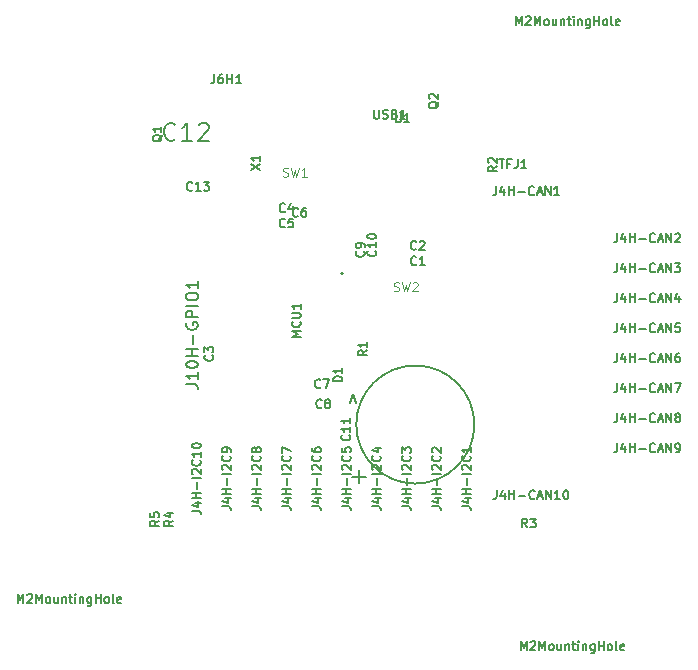
<source format=gto>
G04 (created by PCBNEW (25-Oct-2014 BZR 4029)-stable) date Tue 06 Oct 2015 12:48:14 PM EDT*
%MOIN*%
G04 Gerber Fmt 3.4, Leading zero omitted, Abs format*
%FSLAX34Y34*%
G01*
G70*
G90*
G04 APERTURE LIST*
%ADD10C,0.00590551*%
%ADD11C,0.00787402*%
%ADD12C,0.00492126*%
G04 APERTURE END LIST*
G54D10*
G54D11*
X75866Y-47165D02*
G75*
G03X75866Y-47165I-39J0D01*
G74*
G01*
G54D10*
X80236Y-52204D02*
G75*
G03X80236Y-52204I-1968J0D01*
G74*
G01*
X81071Y-43367D02*
X81240Y-43367D01*
X81155Y-43662D02*
X81155Y-43367D01*
X81437Y-43508D02*
X81338Y-43508D01*
X81338Y-43662D02*
X81338Y-43367D01*
X81479Y-43367D01*
X81676Y-43367D02*
X81676Y-43578D01*
X81661Y-43620D01*
X81633Y-43648D01*
X81591Y-43662D01*
X81563Y-43662D01*
X81971Y-43662D02*
X81802Y-43662D01*
X81886Y-43662D02*
X81886Y-43367D01*
X81858Y-43409D01*
X81830Y-43437D01*
X81802Y-43451D01*
X74450Y-49281D02*
X74154Y-49281D01*
X74365Y-49183D01*
X74154Y-49084D01*
X74450Y-49084D01*
X74422Y-48775D02*
X74436Y-48789D01*
X74450Y-48831D01*
X74450Y-48859D01*
X74436Y-48901D01*
X74408Y-48929D01*
X74379Y-48944D01*
X74323Y-48958D01*
X74281Y-48958D01*
X74225Y-48944D01*
X74197Y-48929D01*
X74169Y-48901D01*
X74154Y-48859D01*
X74154Y-48831D01*
X74169Y-48789D01*
X74183Y-48775D01*
X74154Y-48648D02*
X74393Y-48648D01*
X74422Y-48634D01*
X74436Y-48620D01*
X74450Y-48592D01*
X74450Y-48536D01*
X74436Y-48508D01*
X74422Y-48494D01*
X74393Y-48480D01*
X74154Y-48480D01*
X74450Y-48184D02*
X74450Y-48353D01*
X74450Y-48269D02*
X74154Y-48269D01*
X74197Y-48297D01*
X74225Y-48325D01*
X74239Y-48353D01*
G54D12*
X73858Y-43924D02*
X73900Y-43938D01*
X73970Y-43938D01*
X73998Y-43924D01*
X74012Y-43910D01*
X74026Y-43882D01*
X74026Y-43854D01*
X74012Y-43825D01*
X73998Y-43811D01*
X73970Y-43797D01*
X73914Y-43783D01*
X73886Y-43769D01*
X73872Y-43755D01*
X73858Y-43727D01*
X73858Y-43699D01*
X73872Y-43671D01*
X73886Y-43657D01*
X73914Y-43643D01*
X73984Y-43643D01*
X74026Y-43657D01*
X74125Y-43643D02*
X74195Y-43938D01*
X74251Y-43727D01*
X74308Y-43938D01*
X74378Y-43643D01*
X74645Y-43938D02*
X74476Y-43938D01*
X74561Y-43938D02*
X74561Y-43643D01*
X74533Y-43685D01*
X74505Y-43713D01*
X74476Y-43727D01*
X77559Y-47743D02*
X77601Y-47757D01*
X77671Y-47757D01*
X77699Y-47743D01*
X77713Y-47729D01*
X77727Y-47701D01*
X77727Y-47672D01*
X77713Y-47644D01*
X77699Y-47630D01*
X77671Y-47616D01*
X77615Y-47602D01*
X77587Y-47588D01*
X77573Y-47574D01*
X77559Y-47546D01*
X77559Y-47518D01*
X77573Y-47490D01*
X77587Y-47476D01*
X77615Y-47462D01*
X77685Y-47462D01*
X77727Y-47476D01*
X77826Y-47462D02*
X77896Y-47757D01*
X77952Y-47546D01*
X78008Y-47757D01*
X78079Y-47462D01*
X78177Y-47490D02*
X78191Y-47476D01*
X78219Y-47462D01*
X78290Y-47462D01*
X78318Y-47476D01*
X78332Y-47490D01*
X78346Y-47518D01*
X78346Y-47546D01*
X78332Y-47588D01*
X78163Y-47757D01*
X78346Y-47757D01*
G54D10*
X77609Y-41832D02*
X77609Y-42071D01*
X77623Y-42099D01*
X77637Y-42113D01*
X77665Y-42127D01*
X77722Y-42127D01*
X77750Y-42113D01*
X77764Y-42099D01*
X77778Y-42071D01*
X77778Y-41832D01*
X78073Y-42127D02*
X77904Y-42127D01*
X77989Y-42127D02*
X77989Y-41832D01*
X77961Y-41874D01*
X77933Y-41902D01*
X77904Y-41916D01*
X76888Y-41714D02*
X76888Y-41953D01*
X76902Y-41981D01*
X76916Y-41995D01*
X76944Y-42009D01*
X77000Y-42009D01*
X77028Y-41995D01*
X77043Y-41981D01*
X77057Y-41953D01*
X77057Y-41714D01*
X77183Y-41995D02*
X77225Y-42009D01*
X77296Y-42009D01*
X77324Y-41995D01*
X77338Y-41981D01*
X77352Y-41953D01*
X77352Y-41924D01*
X77338Y-41896D01*
X77324Y-41882D01*
X77296Y-41868D01*
X77239Y-41854D01*
X77211Y-41840D01*
X77197Y-41826D01*
X77183Y-41798D01*
X77183Y-41770D01*
X77197Y-41742D01*
X77211Y-41728D01*
X77239Y-41714D01*
X77310Y-41714D01*
X77352Y-41728D01*
X77577Y-41854D02*
X77619Y-41868D01*
X77633Y-41882D01*
X77647Y-41910D01*
X77647Y-41953D01*
X77633Y-41981D01*
X77619Y-41995D01*
X77591Y-42009D01*
X77478Y-42009D01*
X77478Y-41714D01*
X77577Y-41714D01*
X77605Y-41728D01*
X77619Y-41742D01*
X77633Y-41770D01*
X77633Y-41798D01*
X77619Y-41826D01*
X77605Y-41840D01*
X77577Y-41854D01*
X77478Y-41854D01*
X77928Y-42009D02*
X77760Y-42009D01*
X77844Y-42009D02*
X77844Y-41714D01*
X77816Y-41756D01*
X77788Y-41784D01*
X77760Y-41798D01*
X79045Y-41445D02*
X79031Y-41473D01*
X79003Y-41501D01*
X78960Y-41543D01*
X78946Y-41571D01*
X78946Y-41600D01*
X79017Y-41586D02*
X79003Y-41614D01*
X78974Y-41642D01*
X78918Y-41656D01*
X78820Y-41656D01*
X78764Y-41642D01*
X78735Y-41614D01*
X78721Y-41586D01*
X78721Y-41529D01*
X78735Y-41501D01*
X78764Y-41473D01*
X78820Y-41459D01*
X78918Y-41459D01*
X78974Y-41473D01*
X79003Y-41501D01*
X79017Y-41529D01*
X79017Y-41586D01*
X78750Y-41347D02*
X78735Y-41332D01*
X78721Y-41304D01*
X78721Y-41234D01*
X78735Y-41206D01*
X78750Y-41192D01*
X78778Y-41178D01*
X78806Y-41178D01*
X78848Y-41192D01*
X79017Y-41361D01*
X79017Y-41178D01*
X69832Y-42547D02*
X69818Y-42575D01*
X69790Y-42604D01*
X69748Y-42646D01*
X69734Y-42674D01*
X69734Y-42702D01*
X69804Y-42688D02*
X69790Y-42716D01*
X69762Y-42744D01*
X69706Y-42758D01*
X69607Y-42758D01*
X69551Y-42744D01*
X69523Y-42716D01*
X69509Y-42688D01*
X69509Y-42632D01*
X69523Y-42604D01*
X69551Y-42575D01*
X69607Y-42561D01*
X69706Y-42561D01*
X69762Y-42575D01*
X69790Y-42604D01*
X69804Y-42632D01*
X69804Y-42688D01*
X69804Y-42280D02*
X69804Y-42449D01*
X69804Y-42365D02*
X69509Y-42365D01*
X69551Y-42393D01*
X69579Y-42421D01*
X69593Y-42449D01*
X75828Y-50769D02*
X75532Y-50769D01*
X75532Y-50698D01*
X75546Y-50656D01*
X75575Y-50628D01*
X75603Y-50614D01*
X75659Y-50600D01*
X75701Y-50600D01*
X75757Y-50614D01*
X75785Y-50628D01*
X75814Y-50656D01*
X75828Y-50698D01*
X75828Y-50769D01*
X75828Y-50319D02*
X75828Y-50487D01*
X75828Y-50403D02*
X75532Y-50403D01*
X75575Y-50431D01*
X75603Y-50459D01*
X75617Y-50487D01*
X76077Y-51488D02*
X76190Y-51188D01*
X76302Y-51488D01*
X71574Y-40532D02*
X71574Y-40743D01*
X71560Y-40785D01*
X71532Y-40814D01*
X71490Y-40828D01*
X71462Y-40828D01*
X71841Y-40532D02*
X71785Y-40532D01*
X71757Y-40546D01*
X71743Y-40561D01*
X71715Y-40603D01*
X71701Y-40659D01*
X71701Y-40771D01*
X71715Y-40800D01*
X71729Y-40814D01*
X71757Y-40828D01*
X71813Y-40828D01*
X71841Y-40814D01*
X71856Y-40800D01*
X71870Y-40771D01*
X71870Y-40701D01*
X71856Y-40673D01*
X71841Y-40659D01*
X71813Y-40645D01*
X71757Y-40645D01*
X71729Y-40659D01*
X71715Y-40673D01*
X71701Y-40701D01*
X71996Y-40828D02*
X71996Y-40532D01*
X71996Y-40673D02*
X72165Y-40673D01*
X72165Y-40828D02*
X72165Y-40532D01*
X72460Y-40828D02*
X72291Y-40828D01*
X72376Y-40828D02*
X72376Y-40532D01*
X72348Y-40575D01*
X72320Y-40603D01*
X72291Y-40617D01*
X70824Y-55075D02*
X71035Y-55075D01*
X71077Y-55089D01*
X71105Y-55117D01*
X71119Y-55160D01*
X71119Y-55188D01*
X70922Y-54808D02*
X71119Y-54808D01*
X70810Y-54878D02*
X71021Y-54949D01*
X71021Y-54766D01*
X71119Y-54653D02*
X70824Y-54653D01*
X70964Y-54653D02*
X70964Y-54485D01*
X71119Y-54485D02*
X70824Y-54485D01*
X71007Y-54344D02*
X71007Y-54119D01*
X71119Y-53978D02*
X70824Y-53978D01*
X70852Y-53852D02*
X70838Y-53838D01*
X70824Y-53810D01*
X70824Y-53739D01*
X70838Y-53711D01*
X70852Y-53697D01*
X70880Y-53683D01*
X70908Y-53683D01*
X70950Y-53697D01*
X71119Y-53866D01*
X71119Y-53683D01*
X71091Y-53388D02*
X71105Y-53402D01*
X71119Y-53444D01*
X71119Y-53472D01*
X71105Y-53514D01*
X71077Y-53543D01*
X71049Y-53557D01*
X70992Y-53571D01*
X70950Y-53571D01*
X70894Y-53557D01*
X70866Y-53543D01*
X70838Y-53514D01*
X70824Y-53472D01*
X70824Y-53444D01*
X70838Y-53402D01*
X70852Y-53388D01*
X71119Y-53107D02*
X71119Y-53275D01*
X71119Y-53191D02*
X70824Y-53191D01*
X70866Y-53219D01*
X70894Y-53247D01*
X70908Y-53275D01*
X70824Y-52924D02*
X70824Y-52896D01*
X70838Y-52868D01*
X70852Y-52854D01*
X70880Y-52839D01*
X70936Y-52825D01*
X71007Y-52825D01*
X71063Y-52839D01*
X71091Y-52854D01*
X71105Y-52868D01*
X71119Y-52896D01*
X71119Y-52924D01*
X71105Y-52952D01*
X71091Y-52966D01*
X71063Y-52980D01*
X71007Y-52994D01*
X70936Y-52994D01*
X70880Y-52980D01*
X70852Y-52966D01*
X70838Y-52952D01*
X70824Y-52924D01*
X71824Y-54935D02*
X72035Y-54935D01*
X72077Y-54949D01*
X72105Y-54977D01*
X72119Y-55019D01*
X72119Y-55047D01*
X71922Y-54667D02*
X72119Y-54667D01*
X71810Y-54738D02*
X72021Y-54808D01*
X72021Y-54625D01*
X72119Y-54513D02*
X71824Y-54513D01*
X71964Y-54513D02*
X71964Y-54344D01*
X72119Y-54344D02*
X71824Y-54344D01*
X72007Y-54203D02*
X72007Y-53978D01*
X72119Y-53838D02*
X71824Y-53838D01*
X71852Y-53711D02*
X71838Y-53697D01*
X71824Y-53669D01*
X71824Y-53599D01*
X71838Y-53571D01*
X71852Y-53557D01*
X71880Y-53543D01*
X71908Y-53543D01*
X71950Y-53557D01*
X72119Y-53725D01*
X72119Y-53543D01*
X72091Y-53247D02*
X72105Y-53261D01*
X72119Y-53303D01*
X72119Y-53332D01*
X72105Y-53374D01*
X72077Y-53402D01*
X72049Y-53416D01*
X71992Y-53430D01*
X71950Y-53430D01*
X71894Y-53416D01*
X71866Y-53402D01*
X71838Y-53374D01*
X71824Y-53332D01*
X71824Y-53303D01*
X71838Y-53261D01*
X71852Y-53247D01*
X72119Y-53107D02*
X72119Y-53050D01*
X72105Y-53022D01*
X72091Y-53008D01*
X72049Y-52980D01*
X71992Y-52966D01*
X71880Y-52966D01*
X71852Y-52980D01*
X71838Y-52994D01*
X71824Y-53022D01*
X71824Y-53079D01*
X71838Y-53107D01*
X71852Y-53121D01*
X71880Y-53135D01*
X71950Y-53135D01*
X71978Y-53121D01*
X71992Y-53107D01*
X72007Y-53079D01*
X72007Y-53022D01*
X71992Y-52994D01*
X71978Y-52980D01*
X71950Y-52966D01*
X72824Y-54935D02*
X73035Y-54935D01*
X73077Y-54949D01*
X73105Y-54977D01*
X73119Y-55019D01*
X73119Y-55047D01*
X72922Y-54667D02*
X73119Y-54667D01*
X72810Y-54738D02*
X73021Y-54808D01*
X73021Y-54625D01*
X73119Y-54513D02*
X72824Y-54513D01*
X72964Y-54513D02*
X72964Y-54344D01*
X73119Y-54344D02*
X72824Y-54344D01*
X73007Y-54203D02*
X73007Y-53978D01*
X73119Y-53838D02*
X72824Y-53838D01*
X72852Y-53711D02*
X72838Y-53697D01*
X72824Y-53669D01*
X72824Y-53599D01*
X72838Y-53571D01*
X72852Y-53557D01*
X72880Y-53543D01*
X72908Y-53543D01*
X72950Y-53557D01*
X73119Y-53725D01*
X73119Y-53543D01*
X73091Y-53247D02*
X73105Y-53261D01*
X73119Y-53303D01*
X73119Y-53332D01*
X73105Y-53374D01*
X73077Y-53402D01*
X73049Y-53416D01*
X72992Y-53430D01*
X72950Y-53430D01*
X72894Y-53416D01*
X72866Y-53402D01*
X72838Y-53374D01*
X72824Y-53332D01*
X72824Y-53303D01*
X72838Y-53261D01*
X72852Y-53247D01*
X72950Y-53079D02*
X72936Y-53107D01*
X72922Y-53121D01*
X72894Y-53135D01*
X72880Y-53135D01*
X72852Y-53121D01*
X72838Y-53107D01*
X72824Y-53079D01*
X72824Y-53022D01*
X72838Y-52994D01*
X72852Y-52980D01*
X72880Y-52966D01*
X72894Y-52966D01*
X72922Y-52980D01*
X72936Y-52994D01*
X72950Y-53022D01*
X72950Y-53079D01*
X72964Y-53107D01*
X72978Y-53121D01*
X73007Y-53135D01*
X73063Y-53135D01*
X73091Y-53121D01*
X73105Y-53107D01*
X73119Y-53079D01*
X73119Y-53022D01*
X73105Y-52994D01*
X73091Y-52980D01*
X73063Y-52966D01*
X73007Y-52966D01*
X72978Y-52980D01*
X72964Y-52994D01*
X72950Y-53022D01*
X73824Y-54935D02*
X74035Y-54935D01*
X74077Y-54949D01*
X74105Y-54977D01*
X74119Y-55019D01*
X74119Y-55047D01*
X73922Y-54667D02*
X74119Y-54667D01*
X73810Y-54738D02*
X74021Y-54808D01*
X74021Y-54625D01*
X74119Y-54513D02*
X73824Y-54513D01*
X73964Y-54513D02*
X73964Y-54344D01*
X74119Y-54344D02*
X73824Y-54344D01*
X74007Y-54203D02*
X74007Y-53978D01*
X74119Y-53838D02*
X73824Y-53838D01*
X73852Y-53711D02*
X73838Y-53697D01*
X73824Y-53669D01*
X73824Y-53599D01*
X73838Y-53571D01*
X73852Y-53557D01*
X73880Y-53543D01*
X73908Y-53543D01*
X73950Y-53557D01*
X74119Y-53725D01*
X74119Y-53543D01*
X74091Y-53247D02*
X74105Y-53261D01*
X74119Y-53303D01*
X74119Y-53332D01*
X74105Y-53374D01*
X74077Y-53402D01*
X74049Y-53416D01*
X73992Y-53430D01*
X73950Y-53430D01*
X73894Y-53416D01*
X73866Y-53402D01*
X73838Y-53374D01*
X73824Y-53332D01*
X73824Y-53303D01*
X73838Y-53261D01*
X73852Y-53247D01*
X73824Y-53149D02*
X73824Y-52952D01*
X74119Y-53079D01*
X74824Y-54935D02*
X75035Y-54935D01*
X75077Y-54949D01*
X75105Y-54977D01*
X75119Y-55019D01*
X75119Y-55047D01*
X74922Y-54667D02*
X75119Y-54667D01*
X74810Y-54738D02*
X75021Y-54808D01*
X75021Y-54625D01*
X75119Y-54513D02*
X74824Y-54513D01*
X74964Y-54513D02*
X74964Y-54344D01*
X75119Y-54344D02*
X74824Y-54344D01*
X75007Y-54203D02*
X75007Y-53978D01*
X75119Y-53838D02*
X74824Y-53838D01*
X74852Y-53711D02*
X74838Y-53697D01*
X74824Y-53669D01*
X74824Y-53599D01*
X74838Y-53571D01*
X74852Y-53557D01*
X74880Y-53543D01*
X74908Y-53543D01*
X74950Y-53557D01*
X75119Y-53725D01*
X75119Y-53543D01*
X75091Y-53247D02*
X75105Y-53261D01*
X75119Y-53303D01*
X75119Y-53332D01*
X75105Y-53374D01*
X75077Y-53402D01*
X75049Y-53416D01*
X74992Y-53430D01*
X74950Y-53430D01*
X74894Y-53416D01*
X74866Y-53402D01*
X74838Y-53374D01*
X74824Y-53332D01*
X74824Y-53303D01*
X74838Y-53261D01*
X74852Y-53247D01*
X74824Y-52994D02*
X74824Y-53050D01*
X74838Y-53079D01*
X74852Y-53093D01*
X74894Y-53121D01*
X74950Y-53135D01*
X75063Y-53135D01*
X75091Y-53121D01*
X75105Y-53107D01*
X75119Y-53079D01*
X75119Y-53022D01*
X75105Y-52994D01*
X75091Y-52980D01*
X75063Y-52966D01*
X74992Y-52966D01*
X74964Y-52980D01*
X74950Y-52994D01*
X74936Y-53022D01*
X74936Y-53079D01*
X74950Y-53107D01*
X74964Y-53121D01*
X74992Y-53135D01*
X75824Y-54935D02*
X76035Y-54935D01*
X76077Y-54949D01*
X76105Y-54977D01*
X76119Y-55019D01*
X76119Y-55047D01*
X75922Y-54667D02*
X76119Y-54667D01*
X75810Y-54738D02*
X76021Y-54808D01*
X76021Y-54625D01*
X76119Y-54513D02*
X75824Y-54513D01*
X75964Y-54513D02*
X75964Y-54344D01*
X76119Y-54344D02*
X75824Y-54344D01*
X76007Y-54203D02*
X76007Y-53978D01*
X76119Y-53838D02*
X75824Y-53838D01*
X75852Y-53711D02*
X75838Y-53697D01*
X75824Y-53669D01*
X75824Y-53599D01*
X75838Y-53571D01*
X75852Y-53557D01*
X75880Y-53543D01*
X75908Y-53543D01*
X75950Y-53557D01*
X76119Y-53725D01*
X76119Y-53543D01*
X76091Y-53247D02*
X76105Y-53261D01*
X76119Y-53303D01*
X76119Y-53332D01*
X76105Y-53374D01*
X76077Y-53402D01*
X76049Y-53416D01*
X75992Y-53430D01*
X75950Y-53430D01*
X75894Y-53416D01*
X75866Y-53402D01*
X75838Y-53374D01*
X75824Y-53332D01*
X75824Y-53303D01*
X75838Y-53261D01*
X75852Y-53247D01*
X75824Y-52980D02*
X75824Y-53121D01*
X75964Y-53135D01*
X75950Y-53121D01*
X75936Y-53093D01*
X75936Y-53022D01*
X75950Y-52994D01*
X75964Y-52980D01*
X75992Y-52966D01*
X76063Y-52966D01*
X76091Y-52980D01*
X76105Y-52994D01*
X76119Y-53022D01*
X76119Y-53093D01*
X76105Y-53121D01*
X76091Y-53135D01*
X76824Y-54935D02*
X77035Y-54935D01*
X77077Y-54949D01*
X77105Y-54977D01*
X77119Y-55019D01*
X77119Y-55047D01*
X76922Y-54667D02*
X77119Y-54667D01*
X76810Y-54738D02*
X77021Y-54808D01*
X77021Y-54625D01*
X77119Y-54513D02*
X76824Y-54513D01*
X76964Y-54513D02*
X76964Y-54344D01*
X77119Y-54344D02*
X76824Y-54344D01*
X77007Y-54203D02*
X77007Y-53978D01*
X77119Y-53838D02*
X76824Y-53838D01*
X76852Y-53711D02*
X76838Y-53697D01*
X76824Y-53669D01*
X76824Y-53599D01*
X76838Y-53571D01*
X76852Y-53557D01*
X76880Y-53543D01*
X76908Y-53543D01*
X76950Y-53557D01*
X77119Y-53725D01*
X77119Y-53543D01*
X77091Y-53247D02*
X77105Y-53261D01*
X77119Y-53303D01*
X77119Y-53332D01*
X77105Y-53374D01*
X77077Y-53402D01*
X77049Y-53416D01*
X76992Y-53430D01*
X76950Y-53430D01*
X76894Y-53416D01*
X76866Y-53402D01*
X76838Y-53374D01*
X76824Y-53332D01*
X76824Y-53303D01*
X76838Y-53261D01*
X76852Y-53247D01*
X76922Y-52994D02*
X77119Y-52994D01*
X76810Y-53064D02*
X77021Y-53135D01*
X77021Y-52952D01*
X78824Y-54935D02*
X79035Y-54935D01*
X79077Y-54949D01*
X79105Y-54977D01*
X79119Y-55019D01*
X79119Y-55047D01*
X78922Y-54667D02*
X79119Y-54667D01*
X78810Y-54738D02*
X79021Y-54808D01*
X79021Y-54625D01*
X79119Y-54513D02*
X78824Y-54513D01*
X78964Y-54513D02*
X78964Y-54344D01*
X79119Y-54344D02*
X78824Y-54344D01*
X79007Y-54203D02*
X79007Y-53978D01*
X79119Y-53838D02*
X78824Y-53838D01*
X78852Y-53711D02*
X78838Y-53697D01*
X78824Y-53669D01*
X78824Y-53599D01*
X78838Y-53571D01*
X78852Y-53557D01*
X78880Y-53543D01*
X78908Y-53543D01*
X78950Y-53557D01*
X79119Y-53725D01*
X79119Y-53543D01*
X79091Y-53247D02*
X79105Y-53261D01*
X79119Y-53303D01*
X79119Y-53332D01*
X79105Y-53374D01*
X79077Y-53402D01*
X79049Y-53416D01*
X78992Y-53430D01*
X78950Y-53430D01*
X78894Y-53416D01*
X78866Y-53402D01*
X78838Y-53374D01*
X78824Y-53332D01*
X78824Y-53303D01*
X78838Y-53261D01*
X78852Y-53247D01*
X78852Y-53135D02*
X78838Y-53121D01*
X78824Y-53093D01*
X78824Y-53022D01*
X78838Y-52994D01*
X78852Y-52980D01*
X78880Y-52966D01*
X78908Y-52966D01*
X78950Y-52980D01*
X79119Y-53149D01*
X79119Y-52966D01*
X84994Y-45824D02*
X84994Y-46035D01*
X84980Y-46077D01*
X84952Y-46105D01*
X84910Y-46119D01*
X84882Y-46119D01*
X85261Y-45922D02*
X85261Y-46119D01*
X85191Y-45810D02*
X85121Y-46021D01*
X85303Y-46021D01*
X85416Y-46119D02*
X85416Y-45824D01*
X85416Y-45964D02*
X85585Y-45964D01*
X85585Y-46119D02*
X85585Y-45824D01*
X85725Y-46007D02*
X85950Y-46007D01*
X86260Y-46091D02*
X86246Y-46105D01*
X86203Y-46119D01*
X86175Y-46119D01*
X86133Y-46105D01*
X86105Y-46077D01*
X86091Y-46049D01*
X86077Y-45992D01*
X86077Y-45950D01*
X86091Y-45894D01*
X86105Y-45866D01*
X86133Y-45838D01*
X86175Y-45824D01*
X86203Y-45824D01*
X86246Y-45838D01*
X86260Y-45852D01*
X86372Y-46035D02*
X86513Y-46035D01*
X86344Y-46119D02*
X86442Y-45824D01*
X86541Y-46119D01*
X86639Y-46119D02*
X86639Y-45824D01*
X86808Y-46119D01*
X86808Y-45824D01*
X86935Y-45852D02*
X86949Y-45838D01*
X86977Y-45824D01*
X87047Y-45824D01*
X87075Y-45838D01*
X87089Y-45852D01*
X87103Y-45880D01*
X87103Y-45908D01*
X87089Y-45950D01*
X86920Y-46119D01*
X87103Y-46119D01*
X84994Y-46824D02*
X84994Y-47035D01*
X84980Y-47077D01*
X84952Y-47105D01*
X84910Y-47119D01*
X84882Y-47119D01*
X85261Y-46922D02*
X85261Y-47119D01*
X85191Y-46810D02*
X85121Y-47021D01*
X85303Y-47021D01*
X85416Y-47119D02*
X85416Y-46824D01*
X85416Y-46964D02*
X85585Y-46964D01*
X85585Y-47119D02*
X85585Y-46824D01*
X85725Y-47007D02*
X85950Y-47007D01*
X86260Y-47091D02*
X86246Y-47105D01*
X86203Y-47119D01*
X86175Y-47119D01*
X86133Y-47105D01*
X86105Y-47077D01*
X86091Y-47049D01*
X86077Y-46992D01*
X86077Y-46950D01*
X86091Y-46894D01*
X86105Y-46866D01*
X86133Y-46838D01*
X86175Y-46824D01*
X86203Y-46824D01*
X86246Y-46838D01*
X86260Y-46852D01*
X86372Y-47035D02*
X86513Y-47035D01*
X86344Y-47119D02*
X86442Y-46824D01*
X86541Y-47119D01*
X86639Y-47119D02*
X86639Y-46824D01*
X86808Y-47119D01*
X86808Y-46824D01*
X86920Y-46824D02*
X87103Y-46824D01*
X87005Y-46936D01*
X87047Y-46936D01*
X87075Y-46950D01*
X87089Y-46964D01*
X87103Y-46992D01*
X87103Y-47063D01*
X87089Y-47091D01*
X87075Y-47105D01*
X87047Y-47119D01*
X86963Y-47119D01*
X86935Y-47105D01*
X86920Y-47091D01*
X80963Y-44257D02*
X80963Y-44468D01*
X80949Y-44510D01*
X80920Y-44538D01*
X80878Y-44552D01*
X80850Y-44552D01*
X81230Y-44355D02*
X81230Y-44552D01*
X81160Y-44243D02*
X81089Y-44454D01*
X81272Y-44454D01*
X81384Y-44552D02*
X81384Y-44257D01*
X81384Y-44397D02*
X81553Y-44397D01*
X81553Y-44552D02*
X81553Y-44257D01*
X81694Y-44440D02*
X81919Y-44440D01*
X82228Y-44524D02*
X82214Y-44538D01*
X82172Y-44552D01*
X82144Y-44552D01*
X82102Y-44538D01*
X82073Y-44510D01*
X82059Y-44482D01*
X82045Y-44426D01*
X82045Y-44383D01*
X82059Y-44327D01*
X82073Y-44299D01*
X82102Y-44271D01*
X82144Y-44257D01*
X82172Y-44257D01*
X82214Y-44271D01*
X82228Y-44285D01*
X82341Y-44468D02*
X82481Y-44468D01*
X82312Y-44552D02*
X82411Y-44257D01*
X82509Y-44552D01*
X82608Y-44552D02*
X82608Y-44257D01*
X82776Y-44552D01*
X82776Y-44257D01*
X83072Y-44552D02*
X82903Y-44552D01*
X82987Y-44552D02*
X82987Y-44257D01*
X82959Y-44299D01*
X82931Y-44327D01*
X82903Y-44341D01*
X84994Y-47824D02*
X84994Y-48035D01*
X84980Y-48077D01*
X84952Y-48105D01*
X84910Y-48119D01*
X84882Y-48119D01*
X85261Y-47922D02*
X85261Y-48119D01*
X85191Y-47810D02*
X85121Y-48021D01*
X85303Y-48021D01*
X85416Y-48119D02*
X85416Y-47824D01*
X85416Y-47964D02*
X85585Y-47964D01*
X85585Y-48119D02*
X85585Y-47824D01*
X85725Y-48007D02*
X85950Y-48007D01*
X86260Y-48091D02*
X86246Y-48105D01*
X86203Y-48119D01*
X86175Y-48119D01*
X86133Y-48105D01*
X86105Y-48077D01*
X86091Y-48049D01*
X86077Y-47992D01*
X86077Y-47950D01*
X86091Y-47894D01*
X86105Y-47866D01*
X86133Y-47838D01*
X86175Y-47824D01*
X86203Y-47824D01*
X86246Y-47838D01*
X86260Y-47852D01*
X86372Y-48035D02*
X86513Y-48035D01*
X86344Y-48119D02*
X86442Y-47824D01*
X86541Y-48119D01*
X86639Y-48119D02*
X86639Y-47824D01*
X86808Y-48119D01*
X86808Y-47824D01*
X87075Y-47922D02*
X87075Y-48119D01*
X87005Y-47810D02*
X86935Y-48021D01*
X87117Y-48021D01*
X84994Y-48824D02*
X84994Y-49035D01*
X84980Y-49077D01*
X84952Y-49105D01*
X84910Y-49119D01*
X84882Y-49119D01*
X85261Y-48922D02*
X85261Y-49119D01*
X85191Y-48810D02*
X85121Y-49021D01*
X85303Y-49021D01*
X85416Y-49119D02*
X85416Y-48824D01*
X85416Y-48964D02*
X85585Y-48964D01*
X85585Y-49119D02*
X85585Y-48824D01*
X85725Y-49007D02*
X85950Y-49007D01*
X86260Y-49091D02*
X86246Y-49105D01*
X86203Y-49119D01*
X86175Y-49119D01*
X86133Y-49105D01*
X86105Y-49077D01*
X86091Y-49049D01*
X86077Y-48992D01*
X86077Y-48950D01*
X86091Y-48894D01*
X86105Y-48866D01*
X86133Y-48838D01*
X86175Y-48824D01*
X86203Y-48824D01*
X86246Y-48838D01*
X86260Y-48852D01*
X86372Y-49035D02*
X86513Y-49035D01*
X86344Y-49119D02*
X86442Y-48824D01*
X86541Y-49119D01*
X86639Y-49119D02*
X86639Y-48824D01*
X86808Y-49119D01*
X86808Y-48824D01*
X87089Y-48824D02*
X86949Y-48824D01*
X86935Y-48964D01*
X86949Y-48950D01*
X86977Y-48936D01*
X87047Y-48936D01*
X87075Y-48950D01*
X87089Y-48964D01*
X87103Y-48992D01*
X87103Y-49063D01*
X87089Y-49091D01*
X87075Y-49105D01*
X87047Y-49119D01*
X86977Y-49119D01*
X86949Y-49105D01*
X86935Y-49091D01*
X84994Y-49824D02*
X84994Y-50035D01*
X84980Y-50077D01*
X84952Y-50105D01*
X84910Y-50119D01*
X84882Y-50119D01*
X85261Y-49922D02*
X85261Y-50119D01*
X85191Y-49810D02*
X85121Y-50021D01*
X85303Y-50021D01*
X85416Y-50119D02*
X85416Y-49824D01*
X85416Y-49964D02*
X85585Y-49964D01*
X85585Y-50119D02*
X85585Y-49824D01*
X85725Y-50007D02*
X85950Y-50007D01*
X86260Y-50091D02*
X86246Y-50105D01*
X86203Y-50119D01*
X86175Y-50119D01*
X86133Y-50105D01*
X86105Y-50077D01*
X86091Y-50049D01*
X86077Y-49992D01*
X86077Y-49950D01*
X86091Y-49894D01*
X86105Y-49866D01*
X86133Y-49838D01*
X86175Y-49824D01*
X86203Y-49824D01*
X86246Y-49838D01*
X86260Y-49852D01*
X86372Y-50035D02*
X86513Y-50035D01*
X86344Y-50119D02*
X86442Y-49824D01*
X86541Y-50119D01*
X86639Y-50119D02*
X86639Y-49824D01*
X86808Y-50119D01*
X86808Y-49824D01*
X87075Y-49824D02*
X87019Y-49824D01*
X86991Y-49838D01*
X86977Y-49852D01*
X86949Y-49894D01*
X86935Y-49950D01*
X86935Y-50063D01*
X86949Y-50091D01*
X86963Y-50105D01*
X86991Y-50119D01*
X87047Y-50119D01*
X87075Y-50105D01*
X87089Y-50091D01*
X87103Y-50063D01*
X87103Y-49992D01*
X87089Y-49964D01*
X87075Y-49950D01*
X87047Y-49936D01*
X86991Y-49936D01*
X86963Y-49950D01*
X86949Y-49964D01*
X86935Y-49992D01*
X84994Y-50824D02*
X84994Y-51035D01*
X84980Y-51077D01*
X84952Y-51105D01*
X84910Y-51119D01*
X84882Y-51119D01*
X85261Y-50922D02*
X85261Y-51119D01*
X85191Y-50810D02*
X85121Y-51021D01*
X85303Y-51021D01*
X85416Y-51119D02*
X85416Y-50824D01*
X85416Y-50964D02*
X85585Y-50964D01*
X85585Y-51119D02*
X85585Y-50824D01*
X85725Y-51007D02*
X85950Y-51007D01*
X86260Y-51091D02*
X86246Y-51105D01*
X86203Y-51119D01*
X86175Y-51119D01*
X86133Y-51105D01*
X86105Y-51077D01*
X86091Y-51049D01*
X86077Y-50992D01*
X86077Y-50950D01*
X86091Y-50894D01*
X86105Y-50866D01*
X86133Y-50838D01*
X86175Y-50824D01*
X86203Y-50824D01*
X86246Y-50838D01*
X86260Y-50852D01*
X86372Y-51035D02*
X86513Y-51035D01*
X86344Y-51119D02*
X86442Y-50824D01*
X86541Y-51119D01*
X86639Y-51119D02*
X86639Y-50824D01*
X86808Y-51119D01*
X86808Y-50824D01*
X86920Y-50824D02*
X87117Y-50824D01*
X86991Y-51119D01*
X84994Y-51824D02*
X84994Y-52035D01*
X84980Y-52077D01*
X84952Y-52105D01*
X84910Y-52119D01*
X84882Y-52119D01*
X85261Y-51922D02*
X85261Y-52119D01*
X85191Y-51810D02*
X85121Y-52021D01*
X85303Y-52021D01*
X85416Y-52119D02*
X85416Y-51824D01*
X85416Y-51964D02*
X85585Y-51964D01*
X85585Y-52119D02*
X85585Y-51824D01*
X85725Y-52007D02*
X85950Y-52007D01*
X86260Y-52091D02*
X86246Y-52105D01*
X86203Y-52119D01*
X86175Y-52119D01*
X86133Y-52105D01*
X86105Y-52077D01*
X86091Y-52049D01*
X86077Y-51992D01*
X86077Y-51950D01*
X86091Y-51894D01*
X86105Y-51866D01*
X86133Y-51838D01*
X86175Y-51824D01*
X86203Y-51824D01*
X86246Y-51838D01*
X86260Y-51852D01*
X86372Y-52035D02*
X86513Y-52035D01*
X86344Y-52119D02*
X86442Y-51824D01*
X86541Y-52119D01*
X86639Y-52119D02*
X86639Y-51824D01*
X86808Y-52119D01*
X86808Y-51824D01*
X86991Y-51950D02*
X86963Y-51936D01*
X86949Y-51922D01*
X86935Y-51894D01*
X86935Y-51880D01*
X86949Y-51852D01*
X86963Y-51838D01*
X86991Y-51824D01*
X87047Y-51824D01*
X87075Y-51838D01*
X87089Y-51852D01*
X87103Y-51880D01*
X87103Y-51894D01*
X87089Y-51922D01*
X87075Y-51936D01*
X87047Y-51950D01*
X86991Y-51950D01*
X86963Y-51964D01*
X86949Y-51978D01*
X86935Y-52007D01*
X86935Y-52063D01*
X86949Y-52091D01*
X86963Y-52105D01*
X86991Y-52119D01*
X87047Y-52119D01*
X87075Y-52105D01*
X87089Y-52091D01*
X87103Y-52063D01*
X87103Y-52007D01*
X87089Y-51978D01*
X87075Y-51964D01*
X87047Y-51950D01*
X84994Y-52824D02*
X84994Y-53035D01*
X84980Y-53077D01*
X84952Y-53105D01*
X84910Y-53119D01*
X84882Y-53119D01*
X85261Y-52922D02*
X85261Y-53119D01*
X85191Y-52810D02*
X85121Y-53021D01*
X85303Y-53021D01*
X85416Y-53119D02*
X85416Y-52824D01*
X85416Y-52964D02*
X85585Y-52964D01*
X85585Y-53119D02*
X85585Y-52824D01*
X85725Y-53007D02*
X85950Y-53007D01*
X86260Y-53091D02*
X86246Y-53105D01*
X86203Y-53119D01*
X86175Y-53119D01*
X86133Y-53105D01*
X86105Y-53077D01*
X86091Y-53049D01*
X86077Y-52992D01*
X86077Y-52950D01*
X86091Y-52894D01*
X86105Y-52866D01*
X86133Y-52838D01*
X86175Y-52824D01*
X86203Y-52824D01*
X86246Y-52838D01*
X86260Y-52852D01*
X86372Y-53035D02*
X86513Y-53035D01*
X86344Y-53119D02*
X86442Y-52824D01*
X86541Y-53119D01*
X86639Y-53119D02*
X86639Y-52824D01*
X86808Y-53119D01*
X86808Y-52824D01*
X86963Y-53119D02*
X87019Y-53119D01*
X87047Y-53105D01*
X87061Y-53091D01*
X87089Y-53049D01*
X87103Y-52992D01*
X87103Y-52880D01*
X87089Y-52852D01*
X87075Y-52838D01*
X87047Y-52824D01*
X86991Y-52824D01*
X86963Y-52838D01*
X86949Y-52852D01*
X86935Y-52880D01*
X86935Y-52950D01*
X86949Y-52978D01*
X86963Y-52992D01*
X86991Y-53007D01*
X87047Y-53007D01*
X87075Y-52992D01*
X87089Y-52978D01*
X87103Y-52950D01*
X80980Y-54391D02*
X80980Y-54602D01*
X80965Y-54644D01*
X80937Y-54672D01*
X80895Y-54686D01*
X80867Y-54686D01*
X81247Y-54489D02*
X81247Y-54686D01*
X81176Y-54377D02*
X81106Y-54588D01*
X81289Y-54588D01*
X81401Y-54686D02*
X81401Y-54391D01*
X81401Y-54531D02*
X81570Y-54531D01*
X81570Y-54686D02*
X81570Y-54391D01*
X81711Y-54573D02*
X81936Y-54573D01*
X82245Y-54658D02*
X82231Y-54672D01*
X82189Y-54686D01*
X82161Y-54686D01*
X82118Y-54672D01*
X82090Y-54644D01*
X82076Y-54616D01*
X82062Y-54559D01*
X82062Y-54517D01*
X82076Y-54461D01*
X82090Y-54433D01*
X82118Y-54405D01*
X82161Y-54391D01*
X82189Y-54391D01*
X82231Y-54405D01*
X82245Y-54419D01*
X82357Y-54602D02*
X82498Y-54602D01*
X82329Y-54686D02*
X82428Y-54391D01*
X82526Y-54686D01*
X82625Y-54686D02*
X82625Y-54391D01*
X82793Y-54686D01*
X82793Y-54391D01*
X83089Y-54686D02*
X82920Y-54686D01*
X83004Y-54686D02*
X83004Y-54391D01*
X82976Y-54433D01*
X82948Y-54461D01*
X82920Y-54475D01*
X83271Y-54391D02*
X83300Y-54391D01*
X83328Y-54405D01*
X83342Y-54419D01*
X83356Y-54447D01*
X83370Y-54503D01*
X83370Y-54573D01*
X83356Y-54630D01*
X83342Y-54658D01*
X83328Y-54672D01*
X83300Y-54686D01*
X83271Y-54686D01*
X83243Y-54672D01*
X83229Y-54658D01*
X83215Y-54630D01*
X83201Y-54573D01*
X83201Y-54503D01*
X83215Y-54447D01*
X83229Y-54419D01*
X83243Y-54405D01*
X83271Y-54391D01*
X77824Y-54935D02*
X78035Y-54935D01*
X78077Y-54949D01*
X78105Y-54977D01*
X78119Y-55019D01*
X78119Y-55047D01*
X77922Y-54667D02*
X78119Y-54667D01*
X77810Y-54738D02*
X78021Y-54808D01*
X78021Y-54625D01*
X78119Y-54513D02*
X77824Y-54513D01*
X77964Y-54513D02*
X77964Y-54344D01*
X78119Y-54344D02*
X77824Y-54344D01*
X78007Y-54203D02*
X78007Y-53978D01*
X78119Y-53838D02*
X77824Y-53838D01*
X77852Y-53711D02*
X77838Y-53697D01*
X77824Y-53669D01*
X77824Y-53599D01*
X77838Y-53571D01*
X77852Y-53557D01*
X77880Y-53543D01*
X77908Y-53543D01*
X77950Y-53557D01*
X78119Y-53725D01*
X78119Y-53543D01*
X78091Y-53247D02*
X78105Y-53261D01*
X78119Y-53303D01*
X78119Y-53332D01*
X78105Y-53374D01*
X78077Y-53402D01*
X78049Y-53416D01*
X77992Y-53430D01*
X77950Y-53430D01*
X77894Y-53416D01*
X77866Y-53402D01*
X77838Y-53374D01*
X77824Y-53332D01*
X77824Y-53303D01*
X77838Y-53261D01*
X77852Y-53247D01*
X77824Y-53149D02*
X77824Y-52966D01*
X77936Y-53064D01*
X77936Y-53022D01*
X77950Y-52994D01*
X77964Y-52980D01*
X77992Y-52966D01*
X78063Y-52966D01*
X78091Y-52980D01*
X78105Y-52994D01*
X78119Y-53022D01*
X78119Y-53107D01*
X78105Y-53135D01*
X78091Y-53149D01*
X79824Y-54935D02*
X80035Y-54935D01*
X80077Y-54949D01*
X80105Y-54977D01*
X80119Y-55019D01*
X80119Y-55047D01*
X79922Y-54667D02*
X80119Y-54667D01*
X79810Y-54738D02*
X80021Y-54808D01*
X80021Y-54625D01*
X80119Y-54513D02*
X79824Y-54513D01*
X79964Y-54513D02*
X79964Y-54344D01*
X80119Y-54344D02*
X79824Y-54344D01*
X80007Y-54203D02*
X80007Y-53978D01*
X80119Y-53838D02*
X79824Y-53838D01*
X79852Y-53711D02*
X79838Y-53697D01*
X79824Y-53669D01*
X79824Y-53599D01*
X79838Y-53571D01*
X79852Y-53557D01*
X79880Y-53543D01*
X79908Y-53543D01*
X79950Y-53557D01*
X80119Y-53725D01*
X80119Y-53543D01*
X80091Y-53247D02*
X80105Y-53261D01*
X80119Y-53303D01*
X80119Y-53332D01*
X80105Y-53374D01*
X80077Y-53402D01*
X80049Y-53416D01*
X79992Y-53430D01*
X79950Y-53430D01*
X79894Y-53416D01*
X79866Y-53402D01*
X79838Y-53374D01*
X79824Y-53332D01*
X79824Y-53303D01*
X79838Y-53261D01*
X79852Y-53247D01*
X80119Y-52966D02*
X80119Y-53135D01*
X80119Y-53050D02*
X79824Y-53050D01*
X79866Y-53079D01*
X79894Y-53107D01*
X79908Y-53135D01*
X70631Y-50862D02*
X70913Y-50862D01*
X70969Y-50881D01*
X71006Y-50918D01*
X71025Y-50974D01*
X71025Y-51012D01*
X71025Y-50468D02*
X71025Y-50693D01*
X71025Y-50581D02*
X70631Y-50581D01*
X70688Y-50618D01*
X70725Y-50656D01*
X70744Y-50693D01*
X70631Y-50224D02*
X70631Y-50187D01*
X70650Y-50149D01*
X70669Y-50131D01*
X70706Y-50112D01*
X70781Y-50093D01*
X70875Y-50093D01*
X70950Y-50112D01*
X70988Y-50131D01*
X71006Y-50149D01*
X71025Y-50187D01*
X71025Y-50224D01*
X71006Y-50262D01*
X70988Y-50281D01*
X70950Y-50299D01*
X70875Y-50318D01*
X70781Y-50318D01*
X70706Y-50299D01*
X70669Y-50281D01*
X70650Y-50262D01*
X70631Y-50224D01*
X71025Y-49925D02*
X70631Y-49925D01*
X70819Y-49925D02*
X70819Y-49700D01*
X71025Y-49700D02*
X70631Y-49700D01*
X70875Y-49512D02*
X70875Y-49212D01*
X70650Y-48818D02*
X70631Y-48856D01*
X70631Y-48912D01*
X70650Y-48968D01*
X70688Y-49006D01*
X70725Y-49025D01*
X70800Y-49043D01*
X70856Y-49043D01*
X70931Y-49025D01*
X70969Y-49006D01*
X71006Y-48968D01*
X71025Y-48912D01*
X71025Y-48875D01*
X71006Y-48818D01*
X70988Y-48800D01*
X70856Y-48800D01*
X70856Y-48875D01*
X71025Y-48631D02*
X70631Y-48631D01*
X70631Y-48481D01*
X70650Y-48443D01*
X70669Y-48425D01*
X70706Y-48406D01*
X70763Y-48406D01*
X70800Y-48425D01*
X70819Y-48443D01*
X70838Y-48481D01*
X70838Y-48631D01*
X71025Y-48237D02*
X70631Y-48237D01*
X70631Y-47975D02*
X70631Y-47900D01*
X70650Y-47862D01*
X70688Y-47825D01*
X70763Y-47806D01*
X70894Y-47806D01*
X70969Y-47825D01*
X71006Y-47862D01*
X71025Y-47900D01*
X71025Y-47975D01*
X71006Y-48012D01*
X70969Y-48050D01*
X70894Y-48068D01*
X70763Y-48068D01*
X70688Y-48050D01*
X70650Y-48012D01*
X70631Y-47975D01*
X71025Y-47431D02*
X71025Y-47656D01*
X71025Y-47544D02*
X70631Y-47544D01*
X70688Y-47581D01*
X70725Y-47619D01*
X70744Y-47656D01*
X70198Y-55403D02*
X70057Y-55501D01*
X70198Y-55572D02*
X69902Y-55572D01*
X69902Y-55459D01*
X69917Y-55431D01*
X69931Y-55417D01*
X69959Y-55403D01*
X70001Y-55403D01*
X70029Y-55417D01*
X70043Y-55431D01*
X70057Y-55459D01*
X70057Y-55572D01*
X70001Y-55150D02*
X70198Y-55150D01*
X69888Y-55220D02*
X70099Y-55291D01*
X70099Y-55108D01*
X69725Y-55403D02*
X69585Y-55501D01*
X69725Y-55572D02*
X69430Y-55572D01*
X69430Y-55459D01*
X69444Y-55431D01*
X69458Y-55417D01*
X69486Y-55403D01*
X69528Y-55403D01*
X69557Y-55417D01*
X69571Y-55431D01*
X69585Y-55459D01*
X69585Y-55572D01*
X69430Y-55136D02*
X69430Y-55276D01*
X69571Y-55291D01*
X69557Y-55276D01*
X69543Y-55248D01*
X69543Y-55178D01*
X69557Y-55150D01*
X69571Y-55136D01*
X69599Y-55122D01*
X69669Y-55122D01*
X69697Y-55136D01*
X69711Y-55150D01*
X69725Y-55178D01*
X69725Y-55248D01*
X69711Y-55276D01*
X69697Y-55291D01*
X76654Y-49734D02*
X76514Y-49832D01*
X76654Y-49902D02*
X76359Y-49902D01*
X76359Y-49790D01*
X76373Y-49762D01*
X76387Y-49748D01*
X76415Y-49734D01*
X76458Y-49734D01*
X76486Y-49748D01*
X76500Y-49762D01*
X76514Y-49790D01*
X76514Y-49902D01*
X76654Y-49453D02*
X76654Y-49621D01*
X76654Y-49537D02*
X76359Y-49537D01*
X76401Y-49565D01*
X76429Y-49593D01*
X76444Y-49621D01*
X75147Y-51626D02*
X75133Y-51640D01*
X75091Y-51654D01*
X75063Y-51654D01*
X75021Y-51640D01*
X74992Y-51612D01*
X74978Y-51584D01*
X74964Y-51528D01*
X74964Y-51486D01*
X74978Y-51429D01*
X74992Y-51401D01*
X75021Y-51373D01*
X75063Y-51359D01*
X75091Y-51359D01*
X75133Y-51373D01*
X75147Y-51387D01*
X75316Y-51486D02*
X75288Y-51472D01*
X75274Y-51458D01*
X75260Y-51429D01*
X75260Y-51415D01*
X75274Y-51387D01*
X75288Y-51373D01*
X75316Y-51359D01*
X75372Y-51359D01*
X75400Y-51373D01*
X75414Y-51387D01*
X75428Y-51415D01*
X75428Y-51429D01*
X75414Y-51458D01*
X75400Y-51472D01*
X75372Y-51486D01*
X75316Y-51486D01*
X75288Y-51500D01*
X75274Y-51514D01*
X75260Y-51542D01*
X75260Y-51598D01*
X75274Y-51626D01*
X75288Y-51640D01*
X75316Y-51654D01*
X75372Y-51654D01*
X75400Y-51640D01*
X75414Y-51626D01*
X75428Y-51598D01*
X75428Y-51542D01*
X75414Y-51514D01*
X75400Y-51500D01*
X75372Y-51486D01*
X75108Y-50957D02*
X75094Y-50971D01*
X75052Y-50985D01*
X75023Y-50985D01*
X74981Y-50971D01*
X74953Y-50943D01*
X74939Y-50915D01*
X74925Y-50859D01*
X74925Y-50816D01*
X74939Y-50760D01*
X74953Y-50732D01*
X74981Y-50704D01*
X75023Y-50690D01*
X75052Y-50690D01*
X75094Y-50704D01*
X75108Y-50718D01*
X75206Y-50690D02*
X75403Y-50690D01*
X75276Y-50985D01*
X71508Y-49891D02*
X71522Y-49905D01*
X71536Y-49947D01*
X71536Y-49976D01*
X71522Y-50018D01*
X71494Y-50046D01*
X71466Y-50060D01*
X71410Y-50074D01*
X71368Y-50074D01*
X71311Y-50060D01*
X71283Y-50046D01*
X71255Y-50018D01*
X71241Y-49976D01*
X71241Y-49947D01*
X71255Y-49905D01*
X71269Y-49891D01*
X71241Y-49793D02*
X71241Y-49610D01*
X71354Y-49708D01*
X71354Y-49666D01*
X71368Y-49638D01*
X71382Y-49624D01*
X71410Y-49610D01*
X71480Y-49610D01*
X71508Y-49624D01*
X71522Y-49638D01*
X71536Y-49666D01*
X71536Y-49751D01*
X71522Y-49779D01*
X71508Y-49793D01*
X73927Y-45603D02*
X73913Y-45617D01*
X73870Y-45631D01*
X73842Y-45631D01*
X73800Y-45617D01*
X73772Y-45589D01*
X73758Y-45561D01*
X73744Y-45504D01*
X73744Y-45462D01*
X73758Y-45406D01*
X73772Y-45378D01*
X73800Y-45350D01*
X73842Y-45336D01*
X73870Y-45336D01*
X73913Y-45350D01*
X73927Y-45364D01*
X74194Y-45336D02*
X74053Y-45336D01*
X74039Y-45476D01*
X74053Y-45462D01*
X74081Y-45448D01*
X74152Y-45448D01*
X74180Y-45462D01*
X74194Y-45476D01*
X74208Y-45504D01*
X74208Y-45575D01*
X74194Y-45603D01*
X74180Y-45617D01*
X74152Y-45631D01*
X74081Y-45631D01*
X74053Y-45617D01*
X74039Y-45603D01*
X73927Y-45091D02*
X73913Y-45105D01*
X73870Y-45119D01*
X73842Y-45119D01*
X73800Y-45105D01*
X73772Y-45077D01*
X73758Y-45049D01*
X73744Y-44992D01*
X73744Y-44950D01*
X73758Y-44894D01*
X73772Y-44866D01*
X73800Y-44838D01*
X73842Y-44824D01*
X73870Y-44824D01*
X73913Y-44838D01*
X73927Y-44852D01*
X74180Y-44922D02*
X74180Y-45119D01*
X74109Y-44810D02*
X74039Y-45021D01*
X74222Y-45021D01*
X74360Y-45248D02*
X74346Y-45262D01*
X74303Y-45276D01*
X74275Y-45276D01*
X74233Y-45262D01*
X74205Y-45234D01*
X74191Y-45206D01*
X74177Y-45150D01*
X74177Y-45108D01*
X74191Y-45052D01*
X74205Y-45023D01*
X74233Y-44995D01*
X74275Y-44981D01*
X74303Y-44981D01*
X74346Y-44995D01*
X74360Y-45009D01*
X74613Y-44981D02*
X74557Y-44981D01*
X74528Y-44995D01*
X74514Y-45009D01*
X74486Y-45052D01*
X74472Y-45108D01*
X74472Y-45220D01*
X74486Y-45248D01*
X74500Y-45262D01*
X74528Y-45276D01*
X74585Y-45276D01*
X74613Y-45262D01*
X74627Y-45248D01*
X74641Y-45220D01*
X74641Y-45150D01*
X74627Y-45122D01*
X74613Y-45108D01*
X74585Y-45094D01*
X74528Y-45094D01*
X74500Y-45108D01*
X74486Y-45122D01*
X74472Y-45150D01*
X76941Y-46410D02*
X76955Y-46424D01*
X76969Y-46466D01*
X76969Y-46494D01*
X76955Y-46536D01*
X76927Y-46564D01*
X76899Y-46579D01*
X76843Y-46593D01*
X76801Y-46593D01*
X76744Y-46579D01*
X76716Y-46564D01*
X76688Y-46536D01*
X76674Y-46494D01*
X76674Y-46466D01*
X76688Y-46424D01*
X76702Y-46410D01*
X76969Y-46129D02*
X76969Y-46297D01*
X76969Y-46213D02*
X76674Y-46213D01*
X76716Y-46241D01*
X76744Y-46269D01*
X76758Y-46297D01*
X76674Y-45946D02*
X76674Y-45918D01*
X76688Y-45890D01*
X76702Y-45875D01*
X76730Y-45861D01*
X76787Y-45847D01*
X76857Y-45847D01*
X76913Y-45861D01*
X76941Y-45875D01*
X76955Y-45890D01*
X76969Y-45918D01*
X76969Y-45946D01*
X76955Y-45974D01*
X76941Y-45988D01*
X76913Y-46002D01*
X76857Y-46016D01*
X76787Y-46016D01*
X76730Y-46002D01*
X76702Y-45988D01*
X76688Y-45974D01*
X76674Y-45946D01*
X76548Y-46427D02*
X76562Y-46441D01*
X76576Y-46483D01*
X76576Y-46511D01*
X76562Y-46553D01*
X76534Y-46581D01*
X76505Y-46595D01*
X76449Y-46609D01*
X76407Y-46609D01*
X76351Y-46595D01*
X76323Y-46581D01*
X76294Y-46553D01*
X76280Y-46511D01*
X76280Y-46483D01*
X76294Y-46441D01*
X76309Y-46427D01*
X76576Y-46286D02*
X76576Y-46230D01*
X76562Y-46202D01*
X76548Y-46188D01*
X76505Y-46160D01*
X76449Y-46145D01*
X76337Y-46145D01*
X76309Y-46160D01*
X76294Y-46174D01*
X76280Y-46202D01*
X76280Y-46258D01*
X76294Y-46286D01*
X76309Y-46300D01*
X76337Y-46314D01*
X76407Y-46314D01*
X76435Y-46300D01*
X76449Y-46286D01*
X76463Y-46258D01*
X76463Y-46202D01*
X76449Y-46174D01*
X76435Y-46160D01*
X76407Y-46145D01*
X81998Y-55631D02*
X81899Y-55490D01*
X81829Y-55631D02*
X81829Y-55336D01*
X81941Y-55336D01*
X81969Y-55350D01*
X81983Y-55364D01*
X81998Y-55392D01*
X81998Y-55434D01*
X81983Y-55462D01*
X81969Y-55476D01*
X81941Y-55490D01*
X81829Y-55490D01*
X82096Y-55336D02*
X82279Y-55336D01*
X82180Y-55448D01*
X82223Y-55448D01*
X82251Y-55462D01*
X82265Y-55476D01*
X82279Y-55504D01*
X82279Y-55575D01*
X82265Y-55603D01*
X82251Y-55617D01*
X82223Y-55631D01*
X82138Y-55631D01*
X82110Y-55617D01*
X82096Y-55603D01*
X80985Y-43592D02*
X80845Y-43690D01*
X80985Y-43761D02*
X80690Y-43761D01*
X80690Y-43648D01*
X80704Y-43620D01*
X80718Y-43606D01*
X80746Y-43592D01*
X80788Y-43592D01*
X80816Y-43606D01*
X80830Y-43620D01*
X80845Y-43648D01*
X80845Y-43761D01*
X80718Y-43480D02*
X80704Y-43465D01*
X80690Y-43437D01*
X80690Y-43367D01*
X80704Y-43339D01*
X80718Y-43325D01*
X80746Y-43311D01*
X80774Y-43311D01*
X80816Y-43325D01*
X80985Y-43494D01*
X80985Y-43311D01*
X78297Y-46351D02*
X78283Y-46365D01*
X78241Y-46379D01*
X78212Y-46379D01*
X78170Y-46365D01*
X78142Y-46337D01*
X78128Y-46309D01*
X78114Y-46252D01*
X78114Y-46210D01*
X78128Y-46154D01*
X78142Y-46126D01*
X78170Y-46098D01*
X78212Y-46084D01*
X78241Y-46084D01*
X78283Y-46098D01*
X78297Y-46112D01*
X78409Y-46112D02*
X78423Y-46098D01*
X78451Y-46084D01*
X78522Y-46084D01*
X78550Y-46098D01*
X78564Y-46112D01*
X78578Y-46140D01*
X78578Y-46168D01*
X78564Y-46210D01*
X78395Y-46379D01*
X78578Y-46379D01*
X78297Y-46863D02*
X78283Y-46877D01*
X78241Y-46891D01*
X78212Y-46891D01*
X78170Y-46877D01*
X78142Y-46848D01*
X78128Y-46820D01*
X78114Y-46764D01*
X78114Y-46722D01*
X78128Y-46666D01*
X78142Y-46638D01*
X78170Y-46609D01*
X78212Y-46595D01*
X78241Y-46595D01*
X78283Y-46609D01*
X78297Y-46624D01*
X78578Y-46891D02*
X78409Y-46891D01*
X78494Y-46891D02*
X78494Y-46595D01*
X78465Y-46638D01*
X78437Y-46666D01*
X78409Y-46680D01*
X76075Y-52552D02*
X76089Y-52566D01*
X76103Y-52608D01*
X76103Y-52636D01*
X76089Y-52678D01*
X76061Y-52706D01*
X76033Y-52720D01*
X75977Y-52734D01*
X75935Y-52734D01*
X75878Y-52720D01*
X75850Y-52706D01*
X75822Y-52678D01*
X75808Y-52636D01*
X75808Y-52608D01*
X75822Y-52566D01*
X75836Y-52552D01*
X76103Y-52270D02*
X76103Y-52439D01*
X76103Y-52355D02*
X75808Y-52355D01*
X75850Y-52383D01*
X75878Y-52411D01*
X75892Y-52439D01*
X76103Y-51989D02*
X76103Y-52158D01*
X76103Y-52073D02*
X75808Y-52073D01*
X75850Y-52102D01*
X75878Y-52130D01*
X75892Y-52158D01*
X76392Y-54161D02*
X76392Y-53712D01*
X76616Y-53937D02*
X76167Y-53937D01*
X72792Y-43703D02*
X73088Y-43506D01*
X72792Y-43506D02*
X73088Y-43703D01*
X73088Y-43239D02*
X73088Y-43408D01*
X73088Y-43323D02*
X72792Y-43323D01*
X72834Y-43352D01*
X72863Y-43380D01*
X72877Y-43408D01*
X70833Y-44382D02*
X70819Y-44396D01*
X70777Y-44410D01*
X70749Y-44410D01*
X70707Y-44396D01*
X70679Y-44368D01*
X70665Y-44340D01*
X70651Y-44284D01*
X70651Y-44242D01*
X70665Y-44185D01*
X70679Y-44157D01*
X70707Y-44129D01*
X70749Y-44115D01*
X70777Y-44115D01*
X70819Y-44129D01*
X70833Y-44143D01*
X71115Y-44410D02*
X70946Y-44410D01*
X71030Y-44410D02*
X71030Y-44115D01*
X71002Y-44157D01*
X70974Y-44185D01*
X70946Y-44199D01*
X71213Y-44115D02*
X71396Y-44115D01*
X71297Y-44228D01*
X71339Y-44228D01*
X71368Y-44242D01*
X71382Y-44256D01*
X71396Y-44284D01*
X71396Y-44354D01*
X71382Y-44382D01*
X71368Y-44396D01*
X71339Y-44410D01*
X71255Y-44410D01*
X71227Y-44396D01*
X71213Y-44382D01*
X70269Y-42682D02*
X70241Y-42710D01*
X70157Y-42739D01*
X70101Y-42739D01*
X70016Y-42710D01*
X69960Y-42654D01*
X69932Y-42598D01*
X69904Y-42485D01*
X69904Y-42401D01*
X69932Y-42289D01*
X69960Y-42232D01*
X70016Y-42176D01*
X70101Y-42148D01*
X70157Y-42148D01*
X70241Y-42176D01*
X70269Y-42204D01*
X70832Y-42739D02*
X70494Y-42739D01*
X70663Y-42739D02*
X70663Y-42148D01*
X70607Y-42232D01*
X70551Y-42289D01*
X70494Y-42317D01*
X71057Y-42204D02*
X71085Y-42176D01*
X71141Y-42148D01*
X71282Y-42148D01*
X71338Y-42176D01*
X71366Y-42204D01*
X71394Y-42260D01*
X71394Y-42317D01*
X71366Y-42401D01*
X71029Y-42739D01*
X71394Y-42739D01*
X81624Y-38895D02*
X81624Y-38599D01*
X81722Y-38810D01*
X81820Y-38599D01*
X81820Y-38895D01*
X81947Y-38627D02*
X81961Y-38613D01*
X81989Y-38599D01*
X82059Y-38599D01*
X82088Y-38613D01*
X82102Y-38627D01*
X82116Y-38656D01*
X82116Y-38684D01*
X82102Y-38726D01*
X81933Y-38895D01*
X82116Y-38895D01*
X82242Y-38895D02*
X82242Y-38599D01*
X82341Y-38810D01*
X82439Y-38599D01*
X82439Y-38895D01*
X82622Y-38895D02*
X82594Y-38881D01*
X82580Y-38866D01*
X82566Y-38838D01*
X82566Y-38754D01*
X82580Y-38726D01*
X82594Y-38712D01*
X82622Y-38698D01*
X82664Y-38698D01*
X82692Y-38712D01*
X82706Y-38726D01*
X82720Y-38754D01*
X82720Y-38838D01*
X82706Y-38866D01*
X82692Y-38881D01*
X82664Y-38895D01*
X82622Y-38895D01*
X82973Y-38698D02*
X82973Y-38895D01*
X82847Y-38698D02*
X82847Y-38852D01*
X82861Y-38881D01*
X82889Y-38895D01*
X82931Y-38895D01*
X82959Y-38881D01*
X82973Y-38866D01*
X83114Y-38698D02*
X83114Y-38895D01*
X83114Y-38726D02*
X83128Y-38712D01*
X83156Y-38698D01*
X83198Y-38698D01*
X83226Y-38712D01*
X83241Y-38740D01*
X83241Y-38895D01*
X83339Y-38698D02*
X83451Y-38698D01*
X83381Y-38599D02*
X83381Y-38852D01*
X83395Y-38881D01*
X83423Y-38895D01*
X83451Y-38895D01*
X83550Y-38895D02*
X83550Y-38698D01*
X83550Y-38599D02*
X83536Y-38613D01*
X83550Y-38627D01*
X83564Y-38613D01*
X83550Y-38599D01*
X83550Y-38627D01*
X83690Y-38698D02*
X83690Y-38895D01*
X83690Y-38726D02*
X83705Y-38712D01*
X83733Y-38698D01*
X83775Y-38698D01*
X83803Y-38712D01*
X83817Y-38740D01*
X83817Y-38895D01*
X84084Y-38698D02*
X84084Y-38937D01*
X84070Y-38965D01*
X84056Y-38979D01*
X84028Y-38993D01*
X83986Y-38993D01*
X83958Y-38979D01*
X84084Y-38881D02*
X84056Y-38895D01*
X84000Y-38895D01*
X83972Y-38881D01*
X83958Y-38866D01*
X83944Y-38838D01*
X83944Y-38754D01*
X83958Y-38726D01*
X83972Y-38712D01*
X84000Y-38698D01*
X84056Y-38698D01*
X84084Y-38712D01*
X84225Y-38895D02*
X84225Y-38599D01*
X84225Y-38740D02*
X84393Y-38740D01*
X84393Y-38895D02*
X84393Y-38599D01*
X84576Y-38895D02*
X84548Y-38881D01*
X84534Y-38866D01*
X84520Y-38838D01*
X84520Y-38754D01*
X84534Y-38726D01*
X84548Y-38712D01*
X84576Y-38698D01*
X84618Y-38698D01*
X84647Y-38712D01*
X84661Y-38726D01*
X84675Y-38754D01*
X84675Y-38838D01*
X84661Y-38866D01*
X84647Y-38881D01*
X84618Y-38895D01*
X84576Y-38895D01*
X84843Y-38895D02*
X84815Y-38881D01*
X84801Y-38852D01*
X84801Y-38599D01*
X85068Y-38881D02*
X85040Y-38895D01*
X84984Y-38895D01*
X84956Y-38881D01*
X84942Y-38852D01*
X84942Y-38740D01*
X84956Y-38712D01*
X84984Y-38698D01*
X85040Y-38698D01*
X85068Y-38712D01*
X85082Y-38740D01*
X85082Y-38768D01*
X84942Y-38796D01*
X81781Y-59725D02*
X81781Y-59430D01*
X81879Y-59641D01*
X81978Y-59430D01*
X81978Y-59725D01*
X82104Y-59458D02*
X82118Y-59444D01*
X82147Y-59430D01*
X82217Y-59430D01*
X82245Y-59444D01*
X82259Y-59458D01*
X82273Y-59486D01*
X82273Y-59514D01*
X82259Y-59557D01*
X82090Y-59725D01*
X82273Y-59725D01*
X82400Y-59725D02*
X82400Y-59430D01*
X82498Y-59641D01*
X82597Y-59430D01*
X82597Y-59725D01*
X82779Y-59725D02*
X82751Y-59711D01*
X82737Y-59697D01*
X82723Y-59669D01*
X82723Y-59585D01*
X82737Y-59557D01*
X82751Y-59543D01*
X82779Y-59528D01*
X82821Y-59528D01*
X82850Y-59543D01*
X82864Y-59557D01*
X82878Y-59585D01*
X82878Y-59669D01*
X82864Y-59697D01*
X82850Y-59711D01*
X82821Y-59725D01*
X82779Y-59725D01*
X83131Y-59528D02*
X83131Y-59725D01*
X83004Y-59528D02*
X83004Y-59683D01*
X83018Y-59711D01*
X83046Y-59725D01*
X83089Y-59725D01*
X83117Y-59711D01*
X83131Y-59697D01*
X83271Y-59528D02*
X83271Y-59725D01*
X83271Y-59557D02*
X83285Y-59543D01*
X83314Y-59528D01*
X83356Y-59528D01*
X83384Y-59543D01*
X83398Y-59571D01*
X83398Y-59725D01*
X83496Y-59528D02*
X83609Y-59528D01*
X83539Y-59430D02*
X83539Y-59683D01*
X83553Y-59711D01*
X83581Y-59725D01*
X83609Y-59725D01*
X83707Y-59725D02*
X83707Y-59528D01*
X83707Y-59430D02*
X83693Y-59444D01*
X83707Y-59458D01*
X83721Y-59444D01*
X83707Y-59430D01*
X83707Y-59458D01*
X83848Y-59528D02*
X83848Y-59725D01*
X83848Y-59557D02*
X83862Y-59543D01*
X83890Y-59528D01*
X83932Y-59528D01*
X83960Y-59543D01*
X83974Y-59571D01*
X83974Y-59725D01*
X84242Y-59528D02*
X84242Y-59767D01*
X84228Y-59796D01*
X84214Y-59810D01*
X84185Y-59824D01*
X84143Y-59824D01*
X84115Y-59810D01*
X84242Y-59711D02*
X84214Y-59725D01*
X84157Y-59725D01*
X84129Y-59711D01*
X84115Y-59697D01*
X84101Y-59669D01*
X84101Y-59585D01*
X84115Y-59557D01*
X84129Y-59543D01*
X84157Y-59528D01*
X84214Y-59528D01*
X84242Y-59543D01*
X84382Y-59725D02*
X84382Y-59430D01*
X84382Y-59571D02*
X84551Y-59571D01*
X84551Y-59725D02*
X84551Y-59430D01*
X84734Y-59725D02*
X84706Y-59711D01*
X84692Y-59697D01*
X84678Y-59669D01*
X84678Y-59585D01*
X84692Y-59557D01*
X84706Y-59543D01*
X84734Y-59528D01*
X84776Y-59528D01*
X84804Y-59543D01*
X84818Y-59557D01*
X84832Y-59585D01*
X84832Y-59669D01*
X84818Y-59697D01*
X84804Y-59711D01*
X84776Y-59725D01*
X84734Y-59725D01*
X85001Y-59725D02*
X84973Y-59711D01*
X84959Y-59683D01*
X84959Y-59430D01*
X85226Y-59711D02*
X85198Y-59725D01*
X85142Y-59725D01*
X85113Y-59711D01*
X85099Y-59683D01*
X85099Y-59571D01*
X85113Y-59543D01*
X85142Y-59528D01*
X85198Y-59528D01*
X85226Y-59543D01*
X85240Y-59571D01*
X85240Y-59599D01*
X85099Y-59627D01*
X65009Y-58151D02*
X65009Y-57855D01*
X65108Y-58066D01*
X65206Y-57855D01*
X65206Y-58151D01*
X65333Y-57883D02*
X65347Y-57869D01*
X65375Y-57855D01*
X65445Y-57855D01*
X65473Y-57869D01*
X65487Y-57883D01*
X65501Y-57911D01*
X65501Y-57940D01*
X65487Y-57982D01*
X65319Y-58151D01*
X65501Y-58151D01*
X65628Y-58151D02*
X65628Y-57855D01*
X65726Y-58066D01*
X65825Y-57855D01*
X65825Y-58151D01*
X66008Y-58151D02*
X65980Y-58136D01*
X65965Y-58122D01*
X65951Y-58094D01*
X65951Y-58010D01*
X65965Y-57982D01*
X65980Y-57968D01*
X66008Y-57954D01*
X66050Y-57954D01*
X66078Y-57968D01*
X66092Y-57982D01*
X66106Y-58010D01*
X66106Y-58094D01*
X66092Y-58122D01*
X66078Y-58136D01*
X66050Y-58151D01*
X66008Y-58151D01*
X66359Y-57954D02*
X66359Y-58151D01*
X66233Y-57954D02*
X66233Y-58108D01*
X66247Y-58136D01*
X66275Y-58151D01*
X66317Y-58151D01*
X66345Y-58136D01*
X66359Y-58122D01*
X66500Y-57954D02*
X66500Y-58151D01*
X66500Y-57982D02*
X66514Y-57968D01*
X66542Y-57954D01*
X66584Y-57954D01*
X66612Y-57968D01*
X66626Y-57996D01*
X66626Y-58151D01*
X66725Y-57954D02*
X66837Y-57954D01*
X66767Y-57855D02*
X66767Y-58108D01*
X66781Y-58136D01*
X66809Y-58151D01*
X66837Y-58151D01*
X66936Y-58151D02*
X66936Y-57954D01*
X66936Y-57855D02*
X66922Y-57869D01*
X66936Y-57883D01*
X66950Y-57869D01*
X66936Y-57855D01*
X66936Y-57883D01*
X67076Y-57954D02*
X67076Y-58151D01*
X67076Y-57982D02*
X67090Y-57968D01*
X67118Y-57954D01*
X67161Y-57954D01*
X67189Y-57968D01*
X67203Y-57996D01*
X67203Y-58151D01*
X67470Y-57954D02*
X67470Y-58193D01*
X67456Y-58221D01*
X67442Y-58235D01*
X67414Y-58249D01*
X67372Y-58249D01*
X67343Y-58235D01*
X67470Y-58136D02*
X67442Y-58151D01*
X67386Y-58151D01*
X67357Y-58136D01*
X67343Y-58122D01*
X67329Y-58094D01*
X67329Y-58010D01*
X67343Y-57982D01*
X67357Y-57968D01*
X67386Y-57954D01*
X67442Y-57954D01*
X67470Y-57968D01*
X67611Y-58151D02*
X67611Y-57855D01*
X67611Y-57996D02*
X67779Y-57996D01*
X67779Y-58151D02*
X67779Y-57855D01*
X67962Y-58151D02*
X67934Y-58136D01*
X67920Y-58122D01*
X67906Y-58094D01*
X67906Y-58010D01*
X67920Y-57982D01*
X67934Y-57968D01*
X67962Y-57954D01*
X68004Y-57954D01*
X68032Y-57968D01*
X68046Y-57982D01*
X68061Y-58010D01*
X68061Y-58094D01*
X68046Y-58122D01*
X68032Y-58136D01*
X68004Y-58151D01*
X67962Y-58151D01*
X68229Y-58151D02*
X68201Y-58136D01*
X68187Y-58108D01*
X68187Y-57855D01*
X68454Y-58136D02*
X68426Y-58151D01*
X68370Y-58151D01*
X68342Y-58136D01*
X68328Y-58108D01*
X68328Y-57996D01*
X68342Y-57968D01*
X68370Y-57954D01*
X68426Y-57954D01*
X68454Y-57968D01*
X68468Y-57996D01*
X68468Y-58024D01*
X68328Y-58052D01*
M02*

</source>
